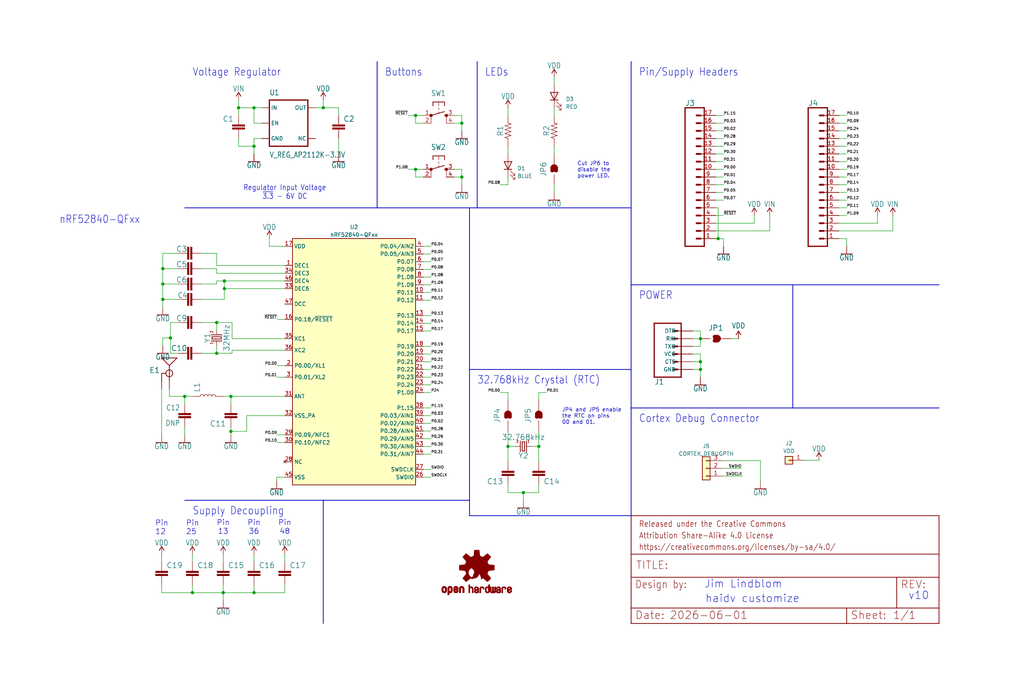
<source format=kicad_sch>
(kicad_sch (version 20230121) (generator eeschema)
  (paper "User" 337.922 227.305)
  (lib_symbols
    (symbol "Connector_Generic:Conn_01x01" (pin_names (offset 1.016) hide)
      (property "Reference" "J" (at 0 2.54 0))
      (property "Value" "Conn_01x01" (at 0 -2.54 0))
      (symbol "Conn_01x01_1_1"
        (pin passive line (at -5.08 0 0) (length 3.81) (name "Pin_1") (number "1"))
      )
    )
    (symbol "Connector_Generic:Conn_01x03" (pin_names (offset 1.016) hide)
      (property "Reference" "J" (at 0 5.08 0))
      (property "Value" "Conn_01x03" (at 0 -5.08 0))
      (symbol "Conn_01x03_1_1"
        (pin passive line (at -5.08 2.54 0) (length 3.81) (name "Pin_1") (number "1"))
        (pin passive line (at -5.08 0 0) (length 3.81) (name "Pin_2") (number "2"))
        (pin passive line (at -5.08 -2.54 0) (length 3.81) (name "Pin_3") (number "3"))
      )
    )
    (symbol "Device:LED" (pin_numbers hide) (pin_names (offset 1.016) hide)
      (property "Reference" "D" (at 0 2.54 0))
      (property "Value" "LED" (at 0 -2.54 0))
      (symbol "LED_1_1"
        (pin passive line (at -3.81 0 0) (length 2.54) (name "K") (number "1"))
        (pin passive line (at 3.81 0 180) (length 2.54) (name "A") (number "2"))
      )
    )
    (symbol "haidv_library:nRF52840-QFxx"
      (property "Reference" "U" (at 0 1.27 0))
      (property "Value" "nRF52840-QFxx" (at 0 -1.27 0))
      (symbol "nRF52840-QFxx_1_1"
        (pin passive line (at -22.86 31.75 0) (length 2.54) (name "DEC1") (number "1"))
        (pin bidirectional line (at 22.86 22.86 180) (length 2.54) (name "P0.11") (number "10"))
        (pin bidirectional line (at 22.86 20.32 180) (length 2.54) (name "P0.12") (number "11"))
        (pin power_in line (at -22.86 38.1 0) (length 2.54) hide (name "VDD") (number "12"))
        (pin bidirectional line (at 22.86 15.24 180) (length 2.54) (name "P0.13") (number "13"))
        (pin bidirectional line (at 22.86 12.7 180) (length 2.54) (name "P0.14") (number "14"))
        (pin bidirectional line (at 22.86 10.16 180) (length 2.54) (name "P0.17") (number "15"))
        (pin bidirectional line (at -22.86 13.97 0) (length 2.54) (name "P0.18/~{RESET}") (number "16"))
        (pin power_in line (at -22.86 38.1 0) (length 2.54) (name "VDD") (number "17"))
        (pin bidirectional line (at 22.86 5.08 180) (length 2.54) (name "P0.19") (number "18"))
        (pin bidirectional line (at 22.86 2.54 180) (length 2.54) (name "P0.20") (number "19"))
        (pin bidirectional line (at -22.86 -1.27 0) (length 2.54) (name "P0.00/XL1") (number "2"))
        (pin bidirectional line (at 22.86 0 180) (length 2.54) (name "P0.21") (number "20"))
        (pin bidirectional line (at 22.86 -2.54 180) (length 2.54) (name "P0.22") (number "21"))
        (pin bidirectional line (at 22.86 -5.08 180) (length 2.54) (name "P0.23") (number "22"))
        (pin bidirectional line (at 22.86 -7.62 180) (length 2.54) (name "P0.24") (number "23"))
        (pin bidirectional line (at 22.86 -10.16 180) (length 2.54) (name "P1.00") (number "24"))
        (pin power_in line (at -22.86 38.1 0) (length 2.54) hide (name "VDD") (number "25"))
        (pin bidirectional line (at 22.86 -38.1 180) (length 2.54) (name "SWDIO") (number "26"))
        (pin bidirectional line (at 22.86 -35.56 180) (length 2.54) (name "SWDCLK") (number "27"))
        (pin no_connect line (at -22.86 -33.02 0) (length 2.54) (name "NC") (number "28"))
        (pin bidirectional line (at -22.86 -24.13 0) (length 2.54) (name "P0.09/NFC1") (number "29"))
        (pin bidirectional line (at -22.86 -5.08 0) (length 2.54) (name "P0.01/XL2") (number "3"))
        (pin passive line (at -22.86 -26.67 0) (length 2.54) (name "P0.10/NFC2") (number "30"))
        (pin passive line (at -22.86 -11.43 0) (length 2.54) (name "ANT") (number "31"))
        (pin passive line (at -22.86 -17.78 0) (length 2.54) (name "VSS_PA") (number "32"))
        (pin passive line (at -22.86 24.13 0) (length 2.54) (name "DEC6") (number "33"))
        (pin passive line (at -22.86 29.21 0) (length 2.54) (name "DEC3") (number "34"))
        (pin input line (at -22.86 7.62 0) (length 2.54) (name "XC1") (number "35"))
        (pin output line (at -22.86 3.81 0) (length 2.54) (name "XC2") (number "36"))
        (pin power_in line (at -22.86 38.1 0) (length 2.54) hide (name "VDD") (number "37"))
        (pin bidirectional line (at 22.86 -15.24 180) (length 2.54) (name "P1.15") (number "38"))
        (pin bidirectional line (at 22.86 -17.78 180) (length 2.54) (name "P0.03/AIN1") (number "39"))
        (pin bidirectional line (at 22.86 38.1 180) (length 2.54) (name "P0.04/AIN2") (number "4"))
        (pin bidirectional line (at 22.86 -20.32 180) (length 2.54) (name "P0.02/AIN0") (number "40"))
        (pin bidirectional line (at 22.86 -22.86 180) (length 2.54) (name "P0.28/AIN4") (number "41"))
        (pin bidirectional line (at 22.86 -25.4 180) (length 2.54) (name "P0.29/AIN5") (number "42"))
        (pin bidirectional line (at 22.86 -27.94 180) (length 2.54) (name "P0.30/AIN6") (number "43"))
        (pin bidirectional line (at 22.86 -30.48 180) (length 2.54) (name "P0.31/AIN7") (number "44"))
        (pin passive line (at -22.86 -38.1 0) (length 2.54) (name "VSS") (number "45"))
        (pin passive line (at -22.86 26.67 0) (length 2.54) (name "DEC4") (number "46"))
        (pin power_out line (at -22.86 19.05 0) (length 2.54) (name "DCC") (number "47"))
        (pin passive line (at -22.86 38.1 0) (length 2.54) hide (name "VDD") (number "48"))
        (pin passive line (at -22.86 -38.1 0) (length 2.54) hide (name "VSS") (number "49"))
        (pin bidirectional line (at 22.86 35.56 180) (length 2.54) (name "P0.05/AIN3") (number "5"))
        (pin bidirectional line (at 22.86 33.02 180) (length 2.54) (name "P0.07") (number "6"))
        (pin bidirectional line (at 22.86 30.48 180) (length 2.54) (name "P0.08") (number "7"))
        (pin bidirectional line (at 22.86 27.94 180) (length 2.54) (name "P1.08") (number "8"))
        (pin bidirectional line (at 22.86 25.4 180) (length 2.54) (name "P1.09") (number "9"))
      )
    )
    (symbol "sparkfun-nrf52832-breakout-eagle-import:0.1UF-0402-16V-10%"
      (property "Reference" "C" (at 1.524 2.921 0))
      (symbol "0.1UF-0402-16V-10%_1_0"
        (pin passive line (at 0 5.08 270) (length 2.54) (name "1") (number "1"))
        (pin passive line (at 0 -2.54 90) (length 2.54) (name "2") (number "2"))
      )
    )
    (symbol "sparkfun-nrf52832-breakout-eagle-import:0.8PF-0402-50V-0.1PF"
      (property "Reference" "C" (at 1.524 2.921 0))
      (symbol "0.8PF-0402-50V-0.1PF_1_0"
        (pin passive line (at 0 5.08 270) (length 2.54) (name "1") (number "1"))
        (pin passive line (at 0 -2.54 90) (length 2.54) (name "2") (number "2"))
      )
    )
    (symbol "sparkfun-nrf52832-breakout-eagle-import:1.0UF-0402-16V-10%"
      (property "Reference" "C" (at 1.524 2.921 0))
      (symbol "1.0UF-0402-16V-10%_1_0"
        (pin passive line (at 0 5.08 270) (length 2.54) (name "1") (number "1"))
        (pin passive line (at 0 -2.54 90) (length 2.54) (name "2") (number "2"))
      )
    )
    (symbol "sparkfun-nrf52832-breakout-eagle-import:1.0UF-0603-16V-10%"
      (property "Reference" "C" (at 1.524 2.921 0))
      (symbol "1.0UF-0603-16V-10%_1_0"
        (pin passive line (at 0 5.08 270) (length 2.54) (name "1") (number "1"))
        (pin passive line (at 0 -2.54 90) (length 2.54) (name "2") (number "2"))
      )
    )
    (symbol "sparkfun-nrf52832-breakout-eagle-import:100PF-0402-50V-5%"
      (property "Reference" "C" (at 1.524 2.921 0))
      (symbol "100PF-0402-50V-5%_1_0"
        (pin passive line (at 0 5.08 270) (length 2.54) (name "1") (number "1"))
        (pin passive line (at 0 -2.54 90) (length 2.54) (name "2") (number "2"))
      )
    )
    (symbol "sparkfun-nrf52832-breakout-eagle-import:15PF-0402-50V-5%"
      (property "Reference" "C" (at 1.524 2.921 0))
      (symbol "15PF-0402-50V-5%_1_0"
        (pin passive line (at 0 5.08 270) (length 2.54) (name "1") (number "1"))
        (pin passive line (at 0 -2.54 90) (length 2.54) (name "2") (number "2"))
      )
    )
    (symbol "sparkfun-nrf52832-breakout-eagle-import:1KOHM-0603-1/10W-1%"
      (property "Reference" "R" (at 0 1.524 0))
      (symbol "1KOHM-0603-1/10W-1%_1_0"
        (pin passive line (at -5.08 0 0) (length 2.54) (name "1") (number "1"))
        (pin passive line (at 5.08 0 180) (length 2.54) (name "2") (number "2"))
      )
    )
    (symbol "sparkfun-nrf52832-breakout-eagle-import:2.2UF-0603-10V-20%"
      (property "Reference" "C" (at 1.524 2.921 0))
      (symbol "2.2UF-0603-10V-20%_1_0"
        (pin passive line (at 0 5.08 270) (length 2.54) (name "1") (number "1"))
        (pin passive line (at 0 -2.54 90) (length 2.54) (name "2") (number "2"))
      )
    )
    (symbol "sparkfun-nrf52832-breakout-eagle-import:4.7UF0603"
      (property "Reference" "C" (at 1.524 2.921 0))
      (symbol "4.7UF0603_1_0"
        (pin passive line (at 0 5.08 270) (length 2.54) (name "1") (number "1"))
        (pin passive line (at 0 -2.54 90) (length 2.54) (name "2") (number "2"))
      )
    )
    (symbol "sparkfun-nrf52832-breakout-eagle-import:6PF-0402-50V-0.5%"
      (property "Reference" "C" (at 1.524 2.921 0))
      (symbol "6PF-0402-50V-0.5%_1_0"
        (pin passive line (at 0 5.08 270) (length 2.54) (name "1") (number "1"))
        (pin passive line (at 0 -2.54 90) (length 2.54) (name "2") (number "2"))
      )
    )
    (symbol "sparkfun-nrf52832-breakout-eagle-import:ANTENNA-GROUNDEDTRACE-15.2MM"
      (property "Reference" "E" (at 3.048 -5.08 0))
      (symbol "ANTENNA-GROUNDEDTRACE-15.2MM_1_0"
        (pin bidirectional line (at 0 -10.16 90) (length 2.54) (name "SIGNAL") (number "ANT"))
        (pin bidirectional line (at 2.54 -10.16 90) (length 2.54) (name "GND") (number "GND"))
      )
    )
    (symbol "sparkfun-nrf52832-breakout-eagle-import:ARDUINO_SERIAL_PROGRAMPTH"
      (property "Reference" "J" (at -7.62 10.668 0))
      (symbol "ARDUINO_SERIAL_PROGRAMPTH_1_0"
        (pin passive line (at 5.08 -5.08 180) (length 5.08) (name "DTR") (number "1"))
        (pin passive line (at 5.08 -2.54 180) (length 5.08) (name "RXI") (number "2"))
        (pin passive line (at 5.08 0 180) (length 5.08) (name "TXO") (number "3"))
        (pin passive line (at 5.08 2.54 180) (length 5.08) (name "VCC") (number "4"))
        (pin passive line (at 5.08 5.08 180) (length 5.08) (name "CTS") (number "5"))
        (pin passive line (at 5.08 7.62 180) (length 5.08) (name "GND") (number "6"))
      )
    )
    (symbol "sparkfun-nrf52832-breakout-eagle-import:CAP0402"
      (property "Reference" "C" (at 1.524 2.921 0))
      (symbol "CAP0402_1_0"
        (pin passive line (at 0 5.08 270) (length 2.54) (name "1") (number "1"))
        (pin passive line (at 0 -2.54 90) (length 2.54) (name "2") (number "2"))
      )
    )
    (symbol "sparkfun-nrf52832-breakout-eagle-import:CONN_17"
      (property "Reference" "J" (at 0 23.368 0))
      (symbol "CONN_17_1_0"
        (pin passive line (at 10.16 -20.32 180) (length 5.08) (name "1") (number "1"))
        (pin passive line (at 10.16 2.54 180) (length 5.08) (name "10") (number "10"))
        (pin passive line (at 10.16 5.08 180) (length 5.08) (name "11") (number "11"))
        (pin passive line (at 10.16 7.62 180) (length 5.08) (name "12") (number "12"))
        (pin passive line (at 10.16 10.16 180) (length 5.08) (name "13") (number "13"))
        (pin passive line (at 10.16 12.7 180) (length 5.08) (name "14") (number "14"))
        (pin passive line (at 10.16 15.24 180) (length 5.08) (name "15") (number "15"))
        (pin passive line (at 10.16 17.78 180) (length 5.08) (name "16") (number "16"))
        (pin passive line (at 10.16 20.32 180) (length 5.08) (name "17") (number "17"))
        (pin passive line (at 10.16 -17.78 180) (length 5.08) (name "2") (number "2"))
        (pin passive line (at 10.16 -15.24 180) (length 5.08) (name "3") (number "3"))
        (pin passive line (at 10.16 -12.7 180) (length 5.08) (name "4") (number "4"))
        (pin passive line (at 10.16 -10.16 180) (length 5.08) (name "5") (number "5"))
        (pin passive line (at 10.16 -7.62 180) (length 5.08) (name "6") (number "6"))
        (pin passive line (at 10.16 -5.08 180) (length 5.08) (name "7") (number "7"))
        (pin passive line (at 10.16 -2.54 180) (length 5.08) (name "8") (number "8"))
        (pin passive line (at 10.16 0 180) (length 5.08) (name "9") (number "9"))
      )
    )
    (symbol "sparkfun-nrf52832-breakout-eagle-import:CRYSTAL-32.768KHZSMD-3.2X1.5"
      (property "Reference" "Y" (at 0 2.032 0))
      (symbol "CRYSTAL-32.768KHZSMD-3.2X1.5_1_0"
        (text "1" (at -2.159 -1.143 0) (effects (font (size 0.8636 0.734)) (justify left bottom)))
        (text "2" (at 1.524 -1.143 0) (effects (font (size 0.8636 0.734)) (justify left bottom)))
        (pin passive line (at -2.54 0 0) (length 0) (name "1") (number "P$1"))
        (pin passive line (at 2.54 0 180) (length 0) (name "2") (number "P$2"))
      )
    )
    (symbol "sparkfun-nrf52832-breakout-eagle-import:CRYSTAL-32MHZ-SMD-2.0X1.6MM"
      (property "Reference" "Y" (at 0 2.032 0))
      (symbol "CRYSTAL-32MHZ-SMD-2.0X1.6MM_1_0"
        (text "1" (at -2.159 -1.143 0) (effects (font (size 0.8636 0.734)) (justify left bottom)))
        (text "2" (at 1.524 -1.143 0) (effects (font (size 0.8636 0.734)) (justify left bottom)))
        (pin passive line (at -2.54 0 0) (length 0) (name "1") (number "1"))
        (pin passive line (at 2.54 0 180) (length 0) (name "2") (number "3"))
      )
    )
    (symbol "sparkfun-nrf52832-breakout-eagle-import:FRAME-LETTER"
      (symbol "FRAME-LETTER_2_0"
        (text "${#}/${##}" (at 86.36 1.27 0) (effects (font (size 2.54 2.54)) (justify left bottom)))
        (text "${CURRENT_DATE}" (at 12.7 1.27 0) (effects (font (size 2.54 2.54)) (justify left bottom)))
        (text "${PROJECTNAME}" (at 15.494 17.78 0) (effects (font (size 2.7432 2.7432)) (justify left bottom)))
        (text "Attribution Share-Alike 4.0 License" (at 2.54 27.94 0) (effects (font (size 1.9304 1.6408)) (justify left bottom)))
        (text "Date:" (at 1.27 1.27 0) (effects (font (size 2.54 2.54)) (justify left bottom)))
        (text "Design by:" (at 1.27 11.43 0) (effects (font (size 2.54 2.159)) (justify left bottom)))
        (text "https://creativecommons.org/licenses/by-sa/4.0/" (at 2.54 24.13 0) (effects (font (size 1.9304 1.6408)) (justify left bottom)))
        (text "Released under the Creative Commons" (at 2.54 31.75 0) (effects (font (size 1.9304 1.6408)) (justify left bottom)))
        (text "REV:" (at 88.9 11.43 0) (effects (font (size 2.54 2.54)) (justify left bottom)))
        (text "Sheet:" (at 72.39 1.27 0) (effects (font (size 2.54 2.54)) (justify left bottom)))
        (text "TITLE:" (at 1.524 17.78 0) (effects (font (size 2.54 2.54)) (justify left bottom)))
      )
    )
    (symbol "sparkfun-nrf52832-breakout-eagle-import:GND" (power)
      (property "Value" "GND" (at 0 -0.254 0))
      (symbol "GND_1_0"
        (pin power_in line (at 0 2.54 270) (length 2.54) (name "GND") (number "1"))
      )
    )
    (symbol "sparkfun-nrf52832-breakout-eagle-import:INDUCTOR-0402-3.9NH"
      (property "Reference" "L" (at 1.27 2.54 0))
      (symbol "INDUCTOR-0402-3.9NH_1_0"
        (pin passive line (at 0 5.08 270) (length 2.54) (name "1") (number "1"))
        (pin passive line (at 0 -5.08 90) (length 2.54) (name "2") (number "2"))
      )
    )
    (symbol "sparkfun-nrf52832-breakout-eagle-import:JUMPER-PAD-2-NC_BY_TRACE"
      (property "Reference" "JP" (at -2.54 2.54 0))
      (symbol "JUMPER-PAD-2-NC_BY_TRACE_1_0"
        (pin passive line (at -5.08 0 0) (length 2.54) (name "1") (number "1"))
        (pin passive line (at 5.08 0 180) (length 2.54) (name "2") (number "2"))
      )
    )
    (symbol "sparkfun-nrf52832-breakout-eagle-import:OSHW-LOGOMINI")
    (symbol "sparkfun-nrf52832-breakout-eagle-import:SWITCH_SPST_4_PINRECT"
      (property "Reference" "SW" (at -2.54 6.35 0))
      (symbol "SWITCH_SPST_4_PINRECT_1_0"
        (pin passive line (at -5.08 0 0) (length 2.54) (name "1") (number "1"))
        (pin passive line (at -5.08 -2.54 0) (length 2.54) (name "2") (number "2"))
        (pin passive line (at 5.08 0 180) (length 2.54) (name "3") (number "3"))
        (pin passive line (at 5.08 -2.54 180) (length 2.54) (name "4") (number "4"))
      )
    )
    (symbol "sparkfun-nrf52832-breakout-eagle-import:VDD" (power)
      (property "Value" "VDD" (at 0 2.794 0))
      (symbol "VDD_1_0"
        (pin power_in line (at 0 0 90) (length 2.54) (name "VDD") (number "1"))
      )
    )
    (symbol "sparkfun-nrf52832-breakout-eagle-import:VIN" (power)
      (property "Value" "VIN" (at 0 2.794 0))
      (symbol "VIN_1_0"
        (pin power_in line (at 0 0 90) (length 2.54) (name "VIN") (number "1"))
      )
    )
    (symbol "sparkfun-nrf52832-breakout-eagle-import:V_REG_AP2112K-3.3V"
      (property "Reference" "U" (at -7.62 9.144 0))
      (symbol "V_REG_AP2112K-3.3V_1_0"
        (pin input line (at -10.16 5.08 0) (length 2.54) (name "IN") (number "1"))
        (pin input line (at -10.16 -5.08 0) (length 2.54) (name "GND") (number "2"))
        (pin input line (at -10.16 0 0) (length 2.54) (name "EN") (number "3"))
        (pin input line (at 7.62 -5.08 180) (length 2.54) (name "NC") (number "4"))
        (pin passive line (at 7.62 5.08 180) (length 2.54) (name "OUT") (number "5"))
      )
    )
  )
  (junction (at 60.96 130.81))
  (junction (at 53.721 88.646))
  (junction (at 152.4 40.64))
  (junction (at 137.16 38.1))
  (junction (at 76.2 130.81))
  (junction (at 231.14 121.92))
  (junction (at 56.261 111.506))
  (junction (at 172.72 162.56))
  (junction (at 71.501 106.426))
  (junction (at 106.68 35.56))
  (junction (at 167.64 147.32))
  (junction (at 73.66 195.58))
  (junction (at 177.8 147.32))
  (junction (at 74.041 95.25))
  (junction (at 63.5 195.58))
  (junction (at 83.82 195.58))
  (junction (at 74.041 92.71))
  (junction (at 236.982 78.74))
  (junction (at 76.2 142.367))
  (junction (at 231.14 111.76))
  (junction (at 152.4 58.42))
  (junction (at 53.721 93.726))
  (junction (at 83.82 35.56))
  (junction (at 71.501 116.586))
  (junction (at 137.16 55.88))
  (junction (at 78.74 35.56))
  (junction (at 231.14 119.38))
  (junction (at 53.721 98.806))
  (junction (at 83.82 48.26))
  (wire (pts (xy 279.4 78.74) (xy 279.4 81.28)) (stroke (width 0.1524)))
  (wire (pts (xy 167.64 60.96) (xy 165.1 60.96)) (stroke (width 0.1524)))
  (wire (pts (xy 182.88 63.5) (xy 182.88 60.96)) (stroke (width 0.1524)))
  (wire (pts (xy 93.98 182.88) (xy 93.98 185.42)) (stroke (width 0.1524)))
  (wire (pts (xy 139.7 147.32) (xy 142.24 147.32)) (stroke (width 0.1524)))
  (wire (pts (xy 236.22 78.74) (xy 236.982 78.74)) (stroke (width 0.1524)))
  (wire (pts (xy 76.2 142.367) (xy 76.2 140.97)) (stroke (width 0.1524)))
  (wire (pts (xy 236.22 45.72) (xy 238.76 45.72)) (stroke (width 0.1524)))
  (wire (pts (xy 76.2 133.35) (xy 76.2 130.81)) (stroke (width 0.1524)))
  (wire (pts (xy 294.64 76.2) (xy 294.64 71.12)) (stroke (width 0.1524)))
  (wire (pts (xy 177.8 152.4) (xy 177.8 147.32)) (stroke (width 0.1524)))
  (wire (pts (xy 74.041 92.71) (xy 74.041 95.25)))
  (polyline (pts (xy 309.88 134.62) (xy 261.62 134.62)) (stroke (width 0.254) (type solid)))
  (wire (pts (xy 93.98 90.17) (xy 71.501 90.17)))
  (wire (pts (xy 106.68 35.56) (xy 106.68 33.02)) (stroke (width 0.1524)))
  (wire (pts (xy 86.36 45.72) (xy 83.82 45.72)) (stroke (width 0.1524)))
  (wire (pts (xy 83.82 40.64) (xy 83.82 35.56)) (stroke (width 0.1524)))
  (wire (pts (xy 279.4 71.12) (xy 276.86 71.12)) (stroke (width 0.1524)))
  (wire (pts (xy 137.16 38.1) (xy 139.7 38.1)) (stroke (width 0.1524)))
  (wire (pts (xy 139.7 58.42) (xy 137.16 58.42)) (stroke (width 0.1524)))
  (polyline (pts (xy 208.28 121.92) (xy 154.94 121.92)) (stroke (width 0.254) (type solid)))
  (wire (pts (xy 76.2 130.81) (xy 93.98 130.81)) (stroke (width 0.1524)))
  (wire (pts (xy 231.14 119.38) (xy 231.14 121.92)))
  (wire (pts (xy 172.72 162.56) (xy 167.64 162.56)) (stroke (width 0.1524)))
  (wire (pts (xy 250.952 152.019) (xy 250.952 158.75)) (stroke (width 0.1524)))
  (wire (pts (xy 139.7 99.06) (xy 142.24 99.06)) (stroke (width 0.1524)))
  (wire (pts (xy 139.7 154.94) (xy 142.24 154.94)) (stroke (width 0.1524)))
  (wire (pts (xy 56.261 111.506) (xy 56.261 116.586)) (stroke (width 0.1524)))
  (wire (pts (xy 177.8 147.32) (xy 177.8 142.24)) (stroke (width 0.1524)))
  (wire (pts (xy 71.501 116.586) (xy 76.581 116.586)) (stroke (width 0.1524)))
  (wire (pts (xy 279.4 55.88) (xy 276.86 55.88)) (stroke (width 0.1524)))
  (wire (pts (xy 93.98 143.51) (xy 91.44 143.51)) (stroke (width 0.1524)))
  (polyline (pts (xy 124.46 68.58) (xy 124.46 20.32)) (stroke (width 0.254) (type solid)))
  (wire (pts (xy 74.041 95.25) (xy 74.041 98.806)) (stroke (width 0.1524)))
  (wire (pts (xy 139.7 106.68) (xy 142.24 106.68)) (stroke (width 0.1524)))
  (wire (pts (xy 152.4 40.64) (xy 152.4 43.18)) (stroke (width 0.1524)))
  (wire (pts (xy 53.721 83.566) (xy 53.721 88.646)) (stroke (width 0.1524)))
  (wire (pts (xy 53.34 195.58) (xy 53.34 193.04)) (stroke (width 0.1524)))
  (wire (pts (xy 231.14 109.22) (xy 231.14 111.76)))
  (wire (pts (xy 58.801 106.426) (xy 56.261 106.426)) (stroke (width 0.1524)))
  (wire (pts (xy 167.64 129.54) (xy 165.1 129.54)) (stroke (width 0.1524)))
  (wire (pts (xy 76.581 115.57) (xy 93.98 115.57)))
  (wire (pts (xy 66.421 106.426) (xy 71.501 106.426)) (stroke (width 0.1524)))
  (wire (pts (xy 71.501 83.566) (xy 71.501 87.63)) (stroke (width 0.1524)))
  (wire (pts (xy 231.14 111.76) (xy 231.14 114.3)) (stroke (width 0.1524)))
  (wire (pts (xy 93.98 87.63) (xy 71.501 87.63)))
  (wire (pts (xy 93.98 137.16) (xy 81.407 137.16)))
  (wire (pts (xy 276.86 66.04) (xy 279.4 66.04)) (stroke (width 0.1524)))
  (wire (pts (xy 139.7 142.24) (xy 142.24 142.24)) (stroke (width 0.1524)))
  (wire (pts (xy 279.4 48.26) (xy 276.86 48.26)) (stroke (width 0.1524)))
  (wire (pts (xy 93.98 81.28) (xy 88.9 81.28)) (stroke (width 0.1524)))
  (wire (pts (xy 139.7 93.98) (xy 142.24 93.98)) (stroke (width 0.1524)))
  (wire (pts (xy 63.5 195.58) (xy 63.5 193.04)) (stroke (width 0.1524)))
  (wire (pts (xy 236.22 63.5) (xy 238.76 63.5)) (stroke (width 0.1524)))
  (wire (pts (xy 63.5 195.58) (xy 73.66 195.58)))
  (wire (pts (xy 93.98 105.41) (xy 91.44 105.41)) (stroke (width 0.1524)))
  (polyline (pts (xy 261.62 93.98) (xy 208.28 93.98)) (stroke (width 0.254) (type solid)))
  (wire (pts (xy 182.88 48.26) (xy 182.88 50.8)) (stroke (width 0.1524)))
  (polyline (pts (xy 309.88 93.98) (xy 261.62 93.98)) (stroke (width 0.254) (type solid)))
  (wire (pts (xy 71.501 90.17) (xy 71.501 88.646)))
  (wire (pts (xy 137.16 55.88) (xy 139.7 55.88)) (stroke (width 0.1524)))
  (polyline (pts (xy 208.28 68.58) (xy 208.28 20.32)) (stroke (width 0.254) (type solid)))
  (wire (pts (xy 139.7 121.92) (xy 142.24 121.92)) (stroke (width 0.1524)))
  (wire (pts (xy 86.36 35.56) (xy 83.82 35.56)) (stroke (width 0.1524)))
  (wire (pts (xy 139.7 83.82) (xy 142.24 83.82)) (stroke (width 0.1524)))
  (wire (pts (xy 228.6 114.3) (xy 231.14 114.3)) (stroke (width 0.1524)))
  (wire (pts (xy 152.4 55.88) (xy 152.4 58.42)) (stroke (width 0.1524)))
  (wire (pts (xy 279.4 43.18) (xy 276.86 43.18)) (stroke (width 0.1524)))
  (wire (pts (xy 83.82 182.88) (xy 83.82 185.42)) (stroke (width 0.1524)))
  (wire (pts (xy 139.7 114.3) (xy 142.24 114.3)) (stroke (width 0.1524)))
  (wire (pts (xy 76.2 143.51) (xy 76.2 142.367)) (stroke (width 0.1524)))
  (wire (pts (xy 73.66 182.88) (xy 73.66 185.42)) (stroke (width 0.1524)))
  (wire (pts (xy 167.64 48.26) (xy 167.64 50.8)) (stroke (width 0.1524)))
  (wire (pts (xy 139.7 86.36) (xy 142.24 86.36)) (stroke (width 0.1524)))
  (wire (pts (xy 236.22 68.58) (xy 236.982 68.58)))
  (wire (pts (xy 279.4 60.96) (xy 276.86 60.96)) (stroke (width 0.1524)))
  (wire (pts (xy 66.421 116.586) (xy 71.501 116.586)) (stroke (width 0.1524)))
  (wire (pts (xy 139.7 88.9) (xy 142.24 88.9)) (stroke (width 0.1524)))
  (wire (pts (xy 58.801 88.646) (xy 53.721 88.646)) (stroke (width 0.1524)))
  (polyline (pts (xy 154.94 121.92) (xy 154.94 165.1)) (stroke (width 0.254) (type solid)))
  (wire (pts (xy 236.22 76.2) (xy 254 76.2)) (stroke (width 0.1524)))
  (wire (pts (xy 236.22 40.64) (xy 238.76 40.64)) (stroke (width 0.1524)))
  (wire (pts (xy 254 76.2) (xy 254 71.12)) (stroke (width 0.1524)))
  (wire (pts (xy 289.56 73.66) (xy 276.86 73.66)) (stroke (width 0.1524)))
  (wire (pts (xy 53.34 182.88) (xy 53.34 185.42)) (stroke (width 0.1524)))
  (wire (pts (xy 238.125 154.559) (xy 244.729 154.559)) (stroke (width 0.1524)))
  (wire (pts (xy 91.313 157.48) (xy 91.313 158.75)) (stroke (width 0.1524)))
  (wire (pts (xy 53.721 88.646) (xy 53.721 93.726)) (stroke (width 0.1524)))
  (polyline (pts (xy 154.94 165.1) (xy 106.68 165.1)) (stroke (width 0.254) (type solid)))
  (wire (pts (xy 83.82 45.72) (xy 83.82 48.26)) (stroke (width 0.1524)))
  (polyline (pts (xy 261.62 134.62) (xy 261.62 93.98)) (stroke (width 0.254) (type solid)))
  (wire (pts (xy 78.74 48.26) (xy 83.82 48.26)) (stroke (width 0.1524)))
  (wire (pts (xy 139.7 119.38) (xy 142.24 119.38)) (stroke (width 0.1524)))
  (wire (pts (xy 139.7 157.48) (xy 142.24 157.48)) (stroke (width 0.1524)))
  (wire (pts (xy 76.581 115.57) (xy 76.581 116.586)))
  (wire (pts (xy 81.407 142.367) (xy 76.2 142.367)))
  (wire (pts (xy 177.8 162.56) (xy 172.72 162.56)) (stroke (width 0.1524)))
  (wire (pts (xy 74.041 98.806) (xy 66.421 98.806)) (stroke (width 0.1524)))
  (wire (pts (xy 83.82 195.58) (xy 93.98 195.58)) (stroke (width 0.1524)))
  (wire (pts (xy 167.64 152.4) (xy 167.64 147.32)) (stroke (width 0.1524)))
  (wire (pts (xy 279.4 53.34) (xy 276.86 53.34)) (stroke (width 0.1524)))
  (wire (pts (xy 177.8 147.32) (xy 175.26 147.32)) (stroke (width 0.1524)))
  (wire (pts (xy 71.501 116.586) (xy 71.501 114.046)) (stroke (width 0.1524)))
  (wire (pts (xy 139.7 91.44) (xy 142.24 91.44)) (stroke (width 0.1524)))
  (wire (pts (xy 152.4 38.1) (xy 152.4 40.64)) (stroke (width 0.1524)))
  (wire (pts (xy 83.82 48.26) (xy 83.82 50.8)) (stroke (width 0.1524)))
  (wire (pts (xy 177.8 132.08) (xy 177.8 129.54)) (stroke (width 0.1524)))
  (wire (pts (xy 139.7 134.62) (xy 142.24 134.62)) (stroke (width 0.1524)))
  (wire (pts (xy 71.501 92.71) (xy 74.041 92.71)))
  (wire (pts (xy 139.7 96.52) (xy 142.24 96.52)) (stroke (width 0.1524)))
  (wire (pts (xy 139.7 40.64) (xy 137.16 40.64)) (stroke (width 0.1524)))
  (wire (pts (xy 73.66 130.81) (xy 76.2 130.81)) (stroke (width 0.1524)))
  (wire (pts (xy 111.76 50.8) (xy 111.76 45.72)) (stroke (width 0.1524)))
  (polyline (pts (xy 154.94 170.18) (xy 154.94 165.1)) (stroke (width 0.254) (type solid)))
  (wire (pts (xy 139.7 116.84) (xy 142.24 116.84)) (stroke (width 0.1524)))
  (wire (pts (xy 56.261 111.506) (xy 53.721 111.506)) (stroke (width 0.1524)))
  (wire (pts (xy 276.86 78.74) (xy 279.4 78.74)) (stroke (width 0.1524)))
  (wire (pts (xy 236.982 78.74) (xy 238.76 78.74)) (stroke (width 0.1524)))
  (wire (pts (xy 137.16 55.88) (xy 134.62 55.88)) (stroke (width 0.1524)))
  (wire (pts (xy 71.501 106.426) (xy 71.501 108.966)) (stroke (width 0.1524)))
  (wire (pts (xy 238.125 152.019) (xy 250.952 152.019)) (stroke (width 0.1524)))
  (wire (pts (xy 248.92 73.66) (xy 248.92 71.12)) (stroke (width 0.1524)))
  (polyline (pts (xy 208.28 121.92) (xy 208.28 93.98)) (stroke (width 0.254) (type solid)))
  (wire (pts (xy 167.64 35.56) (xy 167.64 38.1)) (stroke (width 0.1524)))
  (wire (pts (xy 93.98 111.76) (xy 76.581 111.76)))
  (wire (pts (xy 236.22 71.12) (xy 238.76 71.12)) (stroke (width 0.1524)))
  (polyline (pts (xy 157.48 20.32) (xy 157.48 68.58)) (stroke (width 0.254) (type solid)))
  (wire (pts (xy 53.34 195.58) (xy 63.5 195.58)) (stroke (width 0.1524)))
  (wire (pts (xy 60.96 130.81) (xy 55.88 130.81)) (stroke (width 0.1524)))
  (polyline (pts (xy 208.28 170.18) (xy 208.28 134.62)) (stroke (width 0.254) (type solid)))
  (wire (pts (xy 236.982 68.58) (xy 236.982 78.74)))
  (wire (pts (xy 236.22 66.04) (xy 238.76 66.04)) (stroke (width 0.1524)))
  (wire (pts (xy 55.88 130.81) (xy 55.88 128.27)) (stroke (width 0.1524)))
  (wire (pts (xy 58.801 93.726) (xy 53.721 93.726)) (stroke (width 0.1524)))
  (wire (pts (xy 60.96 133.35) (xy 60.96 130.81)) (stroke (width 0.1524)))
  (polyline (pts (xy 124.46 68.58) (xy 60.96 68.58)) (stroke (width 0.254) (type solid)))
  (wire (pts (xy 279.4 40.64) (xy 276.86 40.64)) (stroke (width 0.1524)))
  (wire (pts (xy 182.88 27.94) (xy 182.88 25.4)) (stroke (width 0.1524)))
  (wire (pts (xy 172.72 165.1) (xy 172.72 162.56)) (stroke (width 0.1524)))
  (wire (pts (xy 276.86 76.2) (xy 294.64 76.2)) (stroke (width 0.1524)))
  (wire (pts (xy 74.041 92.71) (xy 93.98 92.71)))
  (wire (pts (xy 93.98 146.05) (xy 91.44 146.05)) (stroke (width 0.1524)))
  (wire (pts (xy 228.6 121.92) (xy 231.14 121.92)) (stroke (width 0.1524)))
  (wire (pts (xy 289.56 73.66) (xy 289.56 71.12)) (stroke (width 0.1524)))
  (wire (pts (xy 137.16 38.1) (xy 134.62 38.1)) (stroke (width 0.1524)))
  (wire (pts (xy 139.7 81.28) (xy 142.24 81.28)) (stroke (width 0.1524)))
  (wire (pts (xy 137.16 40.64) (xy 137.16 38.1)) (stroke (width 0.1524)))
  (wire (pts (xy 231.14 121.92) (xy 231.14 124.46)) (stroke (width 0.1524)))
  (wire (pts (xy 228.6 119.38) (xy 231.14 119.38)))
  (wire (pts (xy 106.68 35.56) (xy 111.76 35.56)) (stroke (width 0.1524)))
  (wire (pts (xy 93.98 157.48) (xy 91.313 157.48)) (stroke (width 0.1524)))
  (wire (pts (xy 276.86 63.5) (xy 279.4 63.5)) (stroke (width 0.1524)))
  (wire (pts (xy 63.5 130.81) (xy 60.96 130.81)) (stroke (width 0.1524)))
  (wire (pts (xy 78.74 35.56) (xy 78.74 38.1)) (stroke (width 0.1524)))
  (wire (pts (xy 228.6 116.84) (xy 231.14 116.84)))
  (wire (pts (xy 236.22 55.88) (xy 238.76 55.88)) (stroke (width 0.1524)))
  (wire (pts (xy 149.86 58.42) (xy 152.4 58.42)) (stroke (width 0.1524)))
  (wire (pts (xy 83.82 35.56) (xy 78.74 35.56)) (stroke (width 0.1524)))
  (wire (pts (xy 167.64 147.32) (xy 170.18 147.32)) (stroke (width 0.1524)))
  (wire (pts (xy 279.4 58.42) (xy 276.86 58.42)) (stroke (width 0.1524)))
  (polyline (pts (xy 208.28 68.58) (xy 157.48 68.58)) (stroke (width 0.254) (type solid)))
  (wire (pts (xy 86.36 40.64) (xy 83.82 40.64)) (stroke (width 0.1524)))
  (wire (pts (xy 139.7 139.7) (xy 142.24 139.7)) (stroke (width 0.1524)))
  (wire (pts (xy 53.721 93.726) (xy 53.721 98.806)) (stroke (width 0.1524)))
  (wire (pts (xy 236.22 73.66) (xy 248.92 73.66)) (stroke (width 0.1524)))
  (wire (pts (xy 53.721 98.806) (xy 53.721 101.346)) (stroke (width 0.1524)))
  (wire (pts (xy 167.64 142.24) (xy 167.64 147.32)) (stroke (width 0.1524)))
  (polyline (pts (xy 208.28 170.18) (xy 154.94 170.18)) (stroke (width 0.254) (type solid)))
  (wire (pts (xy 279.4 38.1) (xy 276.86 38.1)) (stroke (width 0.1524)))
  (wire (pts (xy 177.8 160.02) (xy 177.8 162.56)) (stroke (width 0.1524)))
  (wire (pts (xy 167.64 162.56) (xy 167.64 160.02)) (stroke (width 0.1524)))
  (wire (pts (xy 76.581 106.426) (xy 76.581 111.76)) (stroke (width 0.1524)))
  (wire (pts (xy 139.7 144.78) (xy 142.24 144.78)) (stroke (width 0.1524)))
  (wire (pts (xy 149.86 55.88) (xy 152.4 55.88)) (stroke (width 0.1524)))
  (wire (pts (xy 228.6 109.22) (xy 231.14 109.22)))
  (wire (pts (xy 58.801 83.566) (xy 53.721 83.566)) (stroke (width 0.1524)))
  (wire (pts (xy 228.6 111.76) (xy 231.14 111.76)) (stroke (width 0.1524)))
  (polyline (pts (xy 157.48 68.58) (xy 154.94 68.58)) (stroke (width 0.254) (type solid)))
  (wire (pts (xy 238.76 78.74) (xy 238.76 81.28)) (stroke (width 0.1524)))
  (wire (pts (xy 111.76 35.56) (xy 111.76 38.1)) (stroke (width 0.1524)))
  (wire (pts (xy 139.7 129.54) (xy 142.24 129.54)) (stroke (width 0.1524)))
  (wire (pts (xy 93.98 195.58) (xy 93.98 193.04)) (stroke (width 0.1524)))
  (wire (pts (xy 152.4 58.42) (xy 152.4 60.96)) (stroke (width 0.1524)))
  (wire (pts (xy 139.7 109.22) (xy 142.24 109.22)) (stroke (width 0.1524)))
  (wire (pts (xy 236.22 53.34) (xy 238.76 53.34)) (stroke (width 0.1524)))
  (polyline (pts (xy 154.94 68.58) (xy 124.46 68.58)) (stroke (width 0.254) (type solid)))
  (wire (pts (xy 58.801 116.586) (xy 56.261 116.586)) (stroke (width 0.1524)))
  (wire (pts (xy 74.041 95.25) (xy 93.98 95.25)))
  (wire (pts (xy 78.74 45.72) (xy 78.74 48.26)) (stroke (width 0.1524)))
  (wire (pts (xy 139.7 124.46) (xy 142.24 124.46)) (stroke (width 0.1524)))
  (polyline (pts (xy 154.94 68.58) (xy 154.94 121.92)) (stroke (width 0.254) (type solid)))
  (wire (pts (xy 73.66 198.12) (xy 73.66 195.58)) (stroke (width 0.1524)))
  (wire (pts (xy 53.721 111.506) (xy 53.721 114.046)) (stroke (width 0.1524)))
  (wire (pts (xy 60.96 143.51) (xy 60.96 140.97)) (stroke (width 0.1524)))
  (wire (pts (xy 177.8 129.54) (xy 180.34 129.54)) (stroke (width 0.1524)))
  (wire (pts (xy 53.721 98.806) (xy 58.801 98.806)) (stroke (width 0.1524)))
  (wire (pts (xy 139.7 149.86) (xy 142.24 149.86)) (stroke (width 0.1524)))
  (wire (pts (xy 93.98 124.46) (xy 91.44 124.46)) (stroke (width 0.1524)))
  (wire (pts (xy 236.22 38.1) (xy 238.76 38.1)) (stroke (width 0.1524)))
  (wire (pts (xy 167.64 132.08) (xy 167.64 129.54)) (stroke (width 0.1524)))
  (wire (pts (xy 88.9 81.28) (xy 88.9 78.74)) (stroke (width 0.1524)))
  (wire (pts (xy 243.713 111.76) (xy 241.3 111.76)))
  (wire (pts (xy 238.125 157.099) (xy 244.983 157.099)) (stroke (width 0.1524)))
  (wire (pts (xy 78.74 35.56) (xy 78.74 33.02)) (stroke (width 0.1524)))
  (wire (pts (xy 236.22 48.26) (xy 238.76 48.26)) (stroke (width 0.1524)))
  (wire (pts (xy 71.501 93.726) (xy 71.501 92.71)) (stroke (width 0.1524)))
  (wire (pts (xy 104.14 35.56) (xy 106.68 35.56)) (stroke (width 0.1524)))
  (wire (pts (xy 66.421 93.726) (xy 71.501 93.726)) (stroke (width 0.1524)))
  (wire (pts (xy 83.82 193.04) (xy 83.82 195.58)) (stroke (width 0.1524)))
  (wire (pts (xy 279.4 50.8) (xy 276.86 50.8)) (stroke (width 0.1524)))
  (polyline (pts (xy 208.28 134.62) (xy 208.28 121.92)) (stroke (width 0.254) (type solid)))
  (wire (pts (xy 139.7 104.14) (xy 142.24 104.14)) (stroke (width 0.1524)))
  (wire (pts (xy 71.501 88.646) (xy 66.421 88.646)) (stroke (width 0.1524)))
  (wire (pts (xy 53.34 143.51) (xy 53.34 128.27)) (stroke (width 0.1524)))
  (wire (pts (xy 81.407 137.16) (xy 81.407 142.367)))
  (wire (pts (xy 149.86 38.1) (xy 152.4 38.1)) (stroke (width 0.1524)))
  (polyline (pts (xy 106.68 165.1) (xy 60.96 165.1)) (stroke (width 0.254) (type solid)))
  (wire (pts (xy 149.86 40.64) (xy 152.4 40.64)) (stroke (width 0.1524)))
  (wire (pts (xy 56.261 106.426) (xy 56.261 111.506)) (stroke (width 0.1524)))
  (wire (pts (xy 231.14 116.84) (xy 231.14 119.38)))
  (wire (pts (xy 236.22 50.8) (xy 238.76 50.8)) (stroke (width 0.1524)))
  (wire (pts (xy 236.22 60.96) (xy 238.76 60.96)) (stroke (width 0.1524)))
  (wire (pts (xy 182.88 38.1) (xy 182.88 35.56)) (stroke (width 0.1524)))
  (wire (pts (xy 279.4 45.72) (xy 276.86 45.72)) (stroke (width 0.1524)))
  (wire (pts (xy 73.66 195.58) (xy 83.82 195.58)) (stroke (width 0.1524)))
  (wire (pts (xy 73.66 195.58) (xy 73.66 193.04)) (stroke (width 0.1524)))
  (wire (pts (xy 270.256 151.892) (xy 265.43 151.892)))
  (wire (pts (xy 93.98 120.65) (xy 91.44 120.65)) (stroke (width 0.1524)))
  (wire (pts (xy 139.7 127) (xy 142.24 127)) (stroke (width 0.1524)))
  (wire (pts (xy 279.4 68.58) (xy 276.86 68.58)) (stroke (width 0.1524)))
  (wire (pts (xy 236.22 43.18) (xy 238.76 43.18)) (stroke (width 0.1524)))
  (wire (pts (xy 236.22 58.42) (xy 238.76 58.42)) (stroke (width 0.1524)))
  (wire (pts (xy 71.501 106.426) (xy 76.581 106.426)) (stroke (width 0.1524)))
  (polyline (pts (xy 261.62 134.62) (xy 208.28 134.62)) (stroke (width 0.254) (type solid)))
  (wire (pts (xy 139.7 137.16) (xy 142.24 137.16)) (stroke (width 0.1524)))
  (polyline (pts (xy 208.28 93.98) (xy 208.28 68.58)) (stroke (width 0.254) (type solid)))
  (polyline (pts (xy 106.68 165.1) (xy 106.68 205.74)) (stroke (width 0.254) (type solid)))
  (wire (pts (xy 167.64 58.42) (xy 167.64 60.96)) (stroke (width 0.1524)))
  (wire (pts (xy 66.421 83.566) (xy 71.501 83.566)) (stroke (width 0.1524)))
  (wire (pts (xy 137.16 58.42) (xy 137.16 55.88)) (stroke (width 0.1524)))
  (wire (pts (xy 63.5 182.88) (xy 63.5 185.42)) (stroke (width 0.1524)))
  (text "Pin\n36" (at 83.82 176.53 0) (effects (font (size 1.778 1.778)) (justify bottom)))
  (text "Pin\n25" (at 61.341 176.657 0) (effects (font (size 1.778 1.778)) (justify left bottom)))
  (text "haidv customize" (at 232.664 199.136 0) (effects (font (size 2.54 2.54)) (justify left bottom)))
  (text "v10" (at 299.72 198.12 0) (effects (font (size 2.54 2.54)) (justify left bottom)))
  (text "32.768kHz Crystal (RTC)" (at 157.48 127 0) (effects (font (size 2.54 2.159)) (justify left bottom)))
  (text "Cortex Debug Connector" (at 210.82 139.7 0) (effects (font (size 2.54 2.159)) (justify left bottom)))
  (text "Pin\n13" (at 73.66 176.53 0) (effects (font (size 1.778 1.778)) (justify bottom)))
  (text "LEDs" (at 160.02 25.4 0) (effects (font (size 2.54 2.159)) (justify left bottom)))
  (text "Jim Lindblom" (at 232.41 194.31 0) (effects (font (size 2.54 2.54)) (justify left bottom)))
  (text "Pin\n48" (at 93.98 176.53 0) (effects (font (size 1.778 1.778)) (justify bottom)))
  (text "POWER" (at 210.82 99.06 0) (effects (font (size 2.54 2.159)) (justify left bottom)))
  (text "Supply Decoupling" (at 63.5 170.18 0) (effects (font (size 2.54 2.159)) (justify left bottom)))
  (text "Buttons" (at 127 25.4 0) (effects (font (size 2.54 2.159)) (justify left bottom)))
  (text "Pin\n12" (at 51.181 176.657 0) (effects (font (size 1.778 1.778)) (justify left bottom)))
  (text "Pin/Supply Headers" (at 210.82 25.4 0) (effects (font (size 2.54 2.159)) (justify left bottom)))
  (text "JP4 and JP5 enable\nthe RTC on pins\n00 and 01." (at 185.42 134.62 0) (effects (font (size 1.27 1.27)) (justify left top)))
  (text "Cut JP6 to\ndisable the\npower LED." (at 190.5 53.34 0) (effects (font (size 1.27 1.27)) (justify left top)))
  (text "nRF52840-QFxx" (at 19.558 74.041 0) (effects (font (size 2.54 2.159)) (justify left bottom)))
  (text "Voltage Regulator" (at 63.5 25.4 0) (effects (font (size 2.54 2.159)) (justify left bottom)))
  (text "Regulator Input Voltage\n~{3.3} - 6V DC~{}" (at 93.98 63.5 0) (effects (font (size 1.778 1.5113))))
  (label "P0.29" (at 142.24 144.78 0) (effects (font (size 0.889 0.889))))
  (label "P0.09" (at 91.44 143.51 180) (effects (font (size 0.889 0.889))))
  (label "P0.17" (at 279.4 58.42 0) (effects (font (size 0.889 0.889))))
  (label "P0.01" (at 180.34 129.54 0) (effects (font (size 0.889 0.889))))
  (label "P0.28" (at 142.24 142.24 0) (effects (font (size 0.889 0.889))))
  (label "P0.01" (at 238.76 58.42 0) (effects (font (size 0.889 0.889))))
  (label "SWDIO" (at 244.729 154.559 180) (effects (font (size 0.889 0.889))))
  (label "P0.00" (at 238.76 55.88 0) (effects (font (size 0.889 0.889))))
  (label "P0.30" (at 238.76 50.8 0) (effects (font (size 0.889 0.889))))
  (label "P0.01" (at 91.44 124.46 180) (effects (font (size 0.889 0.889))))
  (label "~{RESET}" (at 238.76 71.12 0) (effects (font (size 0.889 0.889))))
  (label "P0.21" (at 279.4 50.8 0) (effects (font (size 0.889 0.889))))
  (label "P0.00" (at 165.1 129.54 180) (effects (font (size 0.889 0.889))))
  (label "P1.15" (at 142.24 134.62 0) (effects (font (size 0.889 0.889))))
  (label "P0.10" (at 279.4 38.1 0) (effects (font (size 0.889 0.889))))
  (label "P0.14" (at 142.24 106.68 0) (effects (font (size 0.889 0.889))))
  (label "P0.31" (at 142.24 149.86 0) (effects (font (size 0.889 0.889))))
  (label "P0.02" (at 238.76 43.18 0) (effects (font (size 0.889 0.889))))
  (label "P0.11" (at 142.24 96.52 0) (effects (font (size 0.889 0.889))))
  (label "P0.14" (at 279.4 60.96 0) (effects (font (size 0.889 0.889))))
  (label "P0.21" (at 142.24 119.38 0) (effects (font (size 0.889 0.889))))
  (label "P0.22" (at 279.4 48.26 0) (effects (font (size 0.889 0.889))))
  (label "P0.08" (at 142.24 88.9 0) (effects (font (size 0.889 0.889))))
  (label "P0.28" (at 238.76 45.72 0) (effects (font (size 0.889 0.889))))
  (label "P0.19" (at 279.4 55.88 0) (effects (font (size 0.889 0.889))))
  (label "P0.31" (at 238.76 53.34 0) (effects (font (size 0.889 0.889))))
  (label "P0.13" (at 279.4 63.5 0) (effects (font (size 0.889 0.889))))
  (label "P1.08" (at 134.62 55.88 180) (effects (font (size 0.889 0.889))))
  (label "P0.04" (at 142.24 81.28 0) (effects (font (size 0.889 0.889))))
  (label "P1.15" (at 238.76 38.1 0) (effects (font (size 0.889 0.889))))
  (label "SWDCLK" (at 244.983 157.099 180) (effects (font (size 0.889 0.889))))
  (label "P0.19" (at 142.24 114.3 0) (effects (font (size 0.889 0.889))))
  (label "P0.05" (at 142.24 83.82 0) (effects (font (size 0.889 0.889))))
  (label "P0.17" (at 142.24 109.22 0) (effects (font (size 0.889 0.889))))
  (label "P0.09" (at 279.4 40.64 0) (effects (font (size 0.889 0.889))))
  (label "P0.02" (at 142.24 139.7 0) (effects (font (size 0.889 0.889))))
  (label "P1.09" (at 142.24 93.98 0) (effects (font (size 0.889 0.889))))
  (label "P0.07" (at 142.24 86.36 0) (effects (font (size 0.889 0.889))))
  (label "P0.20" (at 142.24 116.84 0) (effects (font (size 0.889 0.889))))
  (label "P0.10" (at 91.44 146.05 180) (effects (font (size 0.889 0.889))))
  (label "P0.24" (at 142.24 127 0) (effects (font (size 0.889 0.889))))
  (label "P24" (at 142.24 129.54 0) (effects (font (size 0.889 0.889))))
  (label "P0.04" (at 238.76 60.96 0) (effects (font (size 0.889 0.889))))
  (label "P0.05" (at 238.76 63.5 0) (effects (font (size 0.889 0.889))))
  (label "P0.12" (at 279.4 66.04 0) (effects (font (size 0.889 0.889))))
  (label "P0.30" (at 142.24 147.32 0) (effects (font (size 0.889 0.889))))
  (label "P0.07" (at 238.76 66.04 0) (effects (font (size 0.889 0.889))))
  (label "SWDCLK" (at 142.24 157.48 0) (effects (font (size 0.889 0.889))))
  (label "P0.24" (at 279.4 43.18 0) (effects (font (size 0.889 0.889))))
  (label "~{RESET}" (at 91.44 105.41 180) (effects (font (size 0.889 0.889))))
  (label "P0.22" (at 142.24 121.92 0) (effects (font (size 0.889 0.889))))
  (label "P1.08" (at 142.24 91.44 0) (effects (font (size 0.889 0.889))))
  (label "P0.08" (at 165.1 60.96 180) (effects (font (size 0.889 0.889))))
  (label "P0.29" (at 238.76 48.26 0) (effects (font (size 0.889 0.889))))
  (label "P0.11" (at 279.4 68.58 0) (effects (font (size 0.889 0.889))))
  (label "~{RESET}" (at 134.62 38.1 180) (effects (font (size 0.889 0.889))))
  (label "P1.09" (at 279.4 71.12 0) (effects (font (size 0.889 0.889))))
  (label "P0.23" (at 142.24 124.46 0) (effects (font (size 0.889 0.889))))
  (label "P0.13" (at 142.24 104.14 0) (effects (font (size 0.889 0.889))))
  (label "P0.00" (at 91.44 120.65 180) (effects (font (size 0.889 0.889))))
  (label "P0.23" (at 279.4 45.72 0) (effects (font (size 0.889 0.889))))
  (label "P0.03" (at 238.76 40.64 0) (effects (font (size 0.889 0.889))))
  (label "P0.03" (at 142.24 137.16 0) (effects (font (size 0.889 0.889))))
  (label "P0.12" (at 142.24 99.06 0) (effects (font (size 0.889 0.889))))
  (label "SWDIO" (at 142.24 154.94 0) (effects (font (size 0.889 0.889))))
  (label "P0.20" (at 279.4 53.34 0) (effects (font (size 0.889 0.889))))
  (symbol (lib_id "sparkfun-nrf52832-breakout-eagle-import:JUMPER-PAD-2-NC_BY_TRACE") (at 182.88 55.88 90) (unit 1)
    (property "Reference" "JP6" (at 180.34 58.42 0) (effects (font (size 1.778 1.778)) (justify left bottom)))
    (property "Value" "JUMPER-PAD-2-NC_BY_TRACE" (effects hide))
    (property "Footprint" "sparkfun-nrf52832-breakout:PAD-JUMPER-2-NC_BY_TRACE_YES_SILK" (effects hide))
  )
  (symbol (lib_id "sparkfun-nrf52832-breakout-eagle-import:0.1UF-0402-16V-10%") (at 73.66 190.5 0) (unit 1)
    (property "Reference" "C15" (at 75.184 187.579 0) (effects (font (size 1.778 1.778)) (justify left bottom)))
    (property "Value" "0.1UF-0402-16V-10%" (effects hide))
    (property "Footprint" "Capacitor_SMD:C_0402_1005Metric" (effects hide))
  )
  (symbol (lib_id "sparkfun-nrf52832-breakout-eagle-import:VDD") (at 248.92 71.12 0) (unit 1)
    (property "Reference" "#SUPPLY06" (effects hide))
    (property "Value" "VDD" (at 248.92 68.326 0) (effects (font (size 1.778 1.5113)) (justify bottom)))
  )
  (symbol (lib_id "Connector_Generic:Conn_01x03") (at 233.045 154.559 180) (unit 1)
    (property "Reference" "J5" (at 233.045 147.193 0))
    (property "Value" "CORTEX_DEBUGPTH" (at 233.045 149.733 0))
    (property "Footprint" "Connector_PinHeader_2.54mm:PinHeader_1x03_P2.54mm_Vertical" (effects hide))
  )
  (symbol (lib_id "sparkfun-nrf52832-breakout-eagle-import:1.0UF-0603-16V-10%") (at 78.74 43.18 0) (mirror y) (unit 1)
    (property "Reference" "C1" (at 77.216 40.259 0) (effects (font (size 1.778 1.778)) (justify left bottom)))
    (property "Value" "1.0UF-0603-16V-10%" (effects hide))
    (property "Footprint" "Capacitor_SMD:C_0603_1608Metric" (effects hide))
  )
  (symbol (lib_id "sparkfun-nrf52832-breakout-eagle-import:GND") (at 76.2 146.05 0) (unit 1)
    (property "Reference" "#GND016" (effects hide))
    (property "Value" "GND" (at 76.2 146.304 0) (effects (font (size 1.778 1.5113)) (justify top)))
  )
  (symbol (lib_id "sparkfun-nrf52832-breakout-eagle-import:VDD") (at 270.256 151.892 0) (unit 1)
    (property "Reference" "#SUPPLY016" (effects hide))
    (property "Value" "VDD" (at 270.256 149.098 0) (effects (font (size 1.778 1.5113)) (justify bottom)))
  )
  (symbol (lib_id "sparkfun-nrf52832-breakout-eagle-import:GND") (at 152.4 63.5 0) (unit 1)
    (property "Reference" "#GND05" (effects hide))
    (property "Value" "GND" (at 152.4 63.754 0) (effects (font (size 1.778 1.5113)) (justify top)))
  )
  (symbol (lib_id "sparkfun-nrf52832-breakout-eagle-import:GND") (at 172.72 167.64 0) (unit 1)
    (property "Reference" "#GND018" (effects hide))
    (property "Value" "GND" (at 172.72 167.894 0) (effects (font (size 1.778 1.5113)) (justify top)))
  )
  (symbol (lib_id "sparkfun-nrf52832-breakout-eagle-import:2.2UF-0603-10V-20%") (at 111.76 43.18 0) (unit 1)
    (property "Reference" "C2" (at 113.284 40.259 0) (effects (font (size 1.778 1.778)) (justify left bottom)))
    (property "Value" "2.2UF-0603-10V-20%" (effects hide))
    (property "Footprint" "Capacitor_SMD:C_0603_1608Metric" (effects hide))
  )
  (symbol (lib_id "sparkfun-nrf52832-breakout-eagle-import:0.1UF-0402-16V-10%") (at 53.34 190.5 0) (unit 1)
    (property "Reference" "C19" (at 54.864 187.579 0) (effects (font (size 1.778 1.778)) (justify left bottom)))
    (property "Value" "0.1UF-0402-16V-10%" (effects hide))
    (property "Footprint" "Capacitor_SMD:C_0402_1005Metric" (effects hide))
  )
  (symbol (lib_id "sparkfun-nrf52832-breakout-eagle-import:SWITCH_SPST_4_PINRECT") (at 144.78 38.1 0) (unit 1)
    (property "Reference" "SW1" (at 142.24 31.75 0) (effects (font (size 1.778 1.5113)) (justify left bottom)))
    (property "Value" "TACTILE_SWITCH_SMD_4_6X2_8MM" (effects hide))
    (property "Footprint" "sparkfun-nrf52832-breakout:TACTILE_SWITCH_SMD_4.6X2.8MM" (effects hide))
  )
  (symbol (lib_id "sparkfun-nrf52832-breakout-eagle-import:1.0UF-0402-16V-10%") (at 63.881 93.726 90) (mirror x) (unit 1)
    (property "Reference" "C6" (at 61.849 93.345 90) (effects (font (size 1.778 1.778)) (justify left bottom)))
    (property "Value" "1.0UF-0402-16V-10%" (effects hide))
    (property "Footprint" "Capacitor_SMD:C_0402_1005Metric" (effects hide))
  )
  (symbol (lib_id "sparkfun-nrf52832-breakout-eagle-import:6PF-0402-50V-0.5%") (at 63.881 106.426 90) (unit 1)
    (property "Reference" "C9" (at 61.849 106.045 90) (effects (font (size 1.778 1.778)) (justify left top)))
    (property "Value" "6PF-0402-50V-0.5%" (effects hide))
    (property "Footprint" "Capacitor_SMD:C_0402_1005Metric" (effects hide))
  )
  (symbol (lib_id "sparkfun-nrf52832-breakout-eagle-import:ANTENNA-GROUNDEDTRACE-15.2MM") (at 55.88 118.11 0) (mirror y) (unit 1)
    (property "Reference" "E1" (at 52.832 123.19 0) (effects (font (size 1.778 1.778)) (justify left bottom)))
    (property "Value" "ANTENNA-GROUNDEDTRACE-15.2MM" (effects hide))
    (property "Footprint" "sparkfun-nrf52832-breakout:TRACE_ANTENNA_2.4GHZ_15.2MM" (effects hide))
  )
  (symbol (lib_id "Device:LED") (at 182.88 31.75 90) (unit 1)
    (property "Reference" "D3" (at 186.69 32.7025 90) (effects (justify right)))
    (property "Value" "RED" (at 186.69 35.2425 90) (effects (justify right)))
    (property "Footprint" "LED_SMD:LED_0603_1608Metric" (effects hide))
  )
  (symbol (lib_id "sparkfun-nrf52832-breakout-eagle-import:VDD") (at 182.88 25.4 0) (unit 1)
    (property "Reference" "#SUPPLY03" (effects hide))
    (property "Value" "VDD" (at 182.88 22.606 0) (effects (font (size 1.778 1.5113)) (justify bottom)))
  )
  (symbol (lib_id "sparkfun-nrf52832-breakout-eagle-import:0.1UF-0402-16V-10%") (at 83.82 190.5 0) (unit 1)
    (property "Reference" "C16" (at 85.344 187.579 0) (effects (font (size 1.778 1.778)) (justify left bottom)))
    (property "Value" "0.1UF-0402-16V-10%" (effects hide))
    (property "Footprint" "Capacitor_SMD:C_0402_1005Metric" (effects hide))
  )
  (symbol (lib_id "sparkfun-nrf52832-breakout-eagle-import:CAP0402") (at 60.96 138.43 0) (mirror y) (unit 1)
    (property "Reference" "C12" (at 59.436 135.509 0) (effects (font (size 1.778 1.5113)) (justify left bottom)))
    (property "Value" "DNP" (at 59.436 140.589 0) (effects (font (size 1.778 1.5113)) (justify left bottom)))
    (property "Footprint" "Capacitor_SMD:C_0402_1005Metric" (effects hide))
  )
  (symbol (lib_id "sparkfun-nrf52832-breakout-eagle-import:FRAME-LETTER") (at 208.28 205.74 0) (unit 2)
    (property "Reference" "FRAME1" (effects hide))
    (property "Value" "FRAME-LETTER" (effects hide))
    (property "Footprint" "sparkfun-nrf52832-breakout:CREATIVE_COMMONS" (effects hide))
  )
  (symbol (lib_id "sparkfun-nrf52832-breakout-eagle-import:VDD") (at 73.66 182.88 0) (unit 1)
    (property "Reference" "#SUPPLY011" (effects hide))
    (property "Value" "VDD" (at 73.66 180.086 0) (effects (font (size 1.778 1.5113)) (justify bottom)))
  )
  (symbol (lib_id "Device:LED") (at 167.64 54.61 90) (unit 1)
    (property "Reference" "D1" (at 170.688 55.5625 90) (effects (justify right)))
    (property "Value" "BLUE" (at 170.688 58.1025 90) (effects (justify right)))
    (property "Footprint" "LED_SMD:LED_0603_1608Metric" (effects hide))
  )
  (symbol (lib_id "sparkfun-nrf52832-breakout-eagle-import:GND") (at 111.76 53.34 0) (unit 1)
    (property "Reference" "#GND03" (effects hide))
    (property "Value" "GND" (at 111.76 53.594 0) (effects (font (size 1.778 1.5113)) (justify top)))
  )
  (symbol (lib_id "sparkfun-nrf52832-breakout-eagle-import:VDD") (at 93.98 182.88 0) (unit 1)
    (property "Reference" "#SUPPLY013" (effects hide))
    (property "Value" "VDD" (at 93.98 180.086 0) (effects (font (size 1.778 1.5113)) (justify bottom)))
  )
  (symbol (lib_id "sparkfun-nrf52832-breakout-eagle-import:VIN") (at 254 71.12 0) (unit 1)
    (property "Reference" "#SUPPLY07" (effects hide))
    (property "Value" "VIN" (at 254 68.326 0) (effects (font (size 1.778 1.5113)) (justify bottom)))
  )
  (symbol (lib_id "sparkfun-nrf52832-breakout-eagle-import:GND") (at 60.96 146.05 0) (unit 1)
    (property "Reference" "#GND015" (effects hide))
    (property "Value" "GND" (at 60.96 146.304 0) (effects (font (size 1.778 1.5113)) (justify top)))
  )
  (symbol (lib_id "sparkfun-nrf52832-breakout-eagle-import:SWITCH_SPST_4_PINRECT") (at 144.78 55.88 0) (unit 1)
    (property "Reference" "SW2" (at 142.24 49.53 0) (effects (font (size 1.778 1.5113)) (justify left bottom)))
    (property "Value" "TACTILE_SWITCH_SMD_4_6X2_8MM" (effects hide))
    (property "Footprint" "sparkfun-nrf52832-breakout:TACTILE_SWITCH_SMD_4.6X2.8MM" (effects hide))
  )
  (symbol (lib_id "sparkfun-nrf52832-breakout-eagle-import:GND") (at 53.721 103.886 0) (unit 1)
    (property "Reference" "#GND08" (effects hide))
    (property "Value" "GND" (at 53.721 104.14 0) (effects (font (size 1.778 1.5113)) (justify top)))
  )
  (symbol (lib_id "sparkfun-nrf52832-breakout-eagle-import:JUMPER-PAD-2-NC_BY_TRACE") (at 236.22 111.76 0) (unit 1)
    (property "Reference" "JP1" (at 233.68 109.22 0) (effects (font (size 1.778 1.778)) (justify left bottom)))
    (property "Value" "JUMPER-PAD-2-NC_BY_TRACE" (effects hide))
    (property "Footprint" "sparkfun-nrf52832-breakout:PAD-JUMPER-2-NC_BY_TRACE_YES_SILK" (effects hide))
  )
  (symbol (lib_id "sparkfun-nrf52832-breakout-eagle-import:CRYSTAL-32.768KHZSMD-3.2X1.5") (at 172.72 147.32 180) (unit 1)
    (property "Reference" "Y2" (at 172.72 149.352 0) (effects (font (size 1.778 1.778)) (justify bottom)))
    (property "Value" "32.768kHz" (at 172.72 145.288 0) (effects (font (size 1.778 1.778)) (justify top)))
    (property "Footprint" "sparkfun-nrf52832-breakout:CRYSTAL-SMD-3.2X1.5MM" (effects hide))
  )
  (symbol (lib_id "sparkfun-nrf52832-breakout-eagle-import:VDD") (at 289.56 71.12 0) (unit 1)
    (property "Reference" "#SUPPLY08" (effects hide))
    (property "Value" "VDD" (at 289.56 68.326 0) (effects (font (size 1.778 1.5113)) (justify bottom)))
  )
  (symbol (lib_id "sparkfun-nrf52832-breakout-eagle-import:VDD") (at 243.713 111.76 0) (unit 1)
    (property "Reference" "#SUPPLY04" (effects hide))
    (property "Value" "VDD" (at 243.713 108.458 0) (effects (font (size 1.778 1.5113)) (justify bottom)))
  )
  (symbol (lib_id "sparkfun-nrf52832-breakout-eagle-import:OSHW-LOGOMINI") (at 157.353 187.325 0) (unit 1)
    (property "Reference" "LOGO1" (effects hide))
    (property "Value" "OSHW-LOGOMINI" (effects hide))
    (property "Footprint" "sparkfun-nrf52832-breakout:OSHW-LOGO-MINI" (effects hide))
  )
  (symbol (lib_id "sparkfun-nrf52832-breakout-eagle-import:0.8PF-0402-50V-0.1PF") (at 76.2 135.89 180) (unit 1)
    (property "Reference" "C11" (at 74.676 138.811 0) (effects (font (size 1.778 1.778)) (justify left bottom)))
    (property "Value" "0.8PF-0402-50V-0.1PF" (effects hide))
    (property "Footprint" "Capacitor_SMD:C_0402_1005Metric" (effects hide))
  )
  (symbol (lib_id "sparkfun-nrf52832-breakout-eagle-import:VDD") (at 167.64 35.56 0) (unit 1)
    (property "Reference" "#SUPPLY014" (effects hide))
    (property "Value" "VDD" (at 167.64 32.766 0) (effects (font (size 1.778 1.5113)) (justify bottom)))
  )
  (symbol (lib_id "sparkfun-nrf52832-breakout-eagle-import:VDD") (at 53.34 182.88 0) (unit 1)
    (property "Reference" "#SUPPLY015" (effects hide))
    (property "Value" "VDD" (at 53.34 180.086 0) (effects (font (size 1.778 1.5113)) (justify bottom)))
  )
  (symbol (lib_id "sparkfun-nrf52832-breakout-eagle-import:GND") (at 238.76 83.82 0) (unit 1)
    (property "Reference" "#GND012" (effects hide))
    (property "Value" "GND" (at 238.76 84.074 0) (effects (font (size 1.778 1.5113)) (justify top)))
  )
  (symbol (lib_id "sparkfun-nrf52832-breakout-eagle-import:CAP0402") (at 63.881 98.806 90) (unit 1)
    (property "Reference" "C4" (at 61.849 98.425 90) (effects (font (size 1.778 1.5113)) (justify left top)))
    (property "Value" "DNP" (effects hide))
    (property "Footprint" "Capacitor_SMD:C_0402_1005Metric" (effects hide))
  )
  (symbol (lib_id "sparkfun-nrf52832-breakout-eagle-import:V_REG_AP2112K-3.3V") (at 96.52 40.64 0) (unit 1)
    (property "Reference" "U1" (at 88.9 31.496 0) (effects (font (size 1.778 1.5113)) (justify left bottom)))
    (property "Value" "V_REG_AP2112K-3.3V" (at 88.9 52.07 0) (effects (font (size 1.778 1.5113)) (justify left bottom)))
    (property "Footprint" "Package_TO_SOT_SMD:SOT-23-5" (effects hide))
  )
  (symbol (lib_id "sparkfun-nrf52832-breakout-eagle-import:GND") (at 250.952 161.29 0) (unit 1)
    (property "Reference" "#GND019" (effects hide))
    (property "Value" "GND" (at 250.952 161.544 0) (effects (font (size 1.778 1.5113)) (justify top)))
  )
  (symbol (lib_id "sparkfun-nrf52832-breakout-eagle-import:1KOHM-0603-1/10W-1%") (at 167.64 43.18 90) (unit 1)
    (property "Reference" "R1" (at 166.116 43.18 0) (effects (font (size 1.778 1.778)) (justify bottom)))
    (property "Value" "1KOHM-0603-1/10W-1%" (effects hide))
    (property "Footprint" "sparkfun-nrf52832-breakout:0603" (effects hide))
  )
  (symbol (lib_id "sparkfun-nrf52832-breakout-eagle-import:VDD") (at 88.9 78.74 0) (unit 1)
    (property "Reference" "#SUPPLY05" (effects hide))
    (property "Value" "VDD" (at 88.9 75.946 0) (effects (font (size 1.778 1.5113)) (justify bottom)))
  )
  (symbol (lib_id "sparkfun-nrf52832-breakout-eagle-import:GND") (at 152.4 45.72 0) (unit 1)
    (property "Reference" "#GND01" (effects hide))
    (property "Value" "GND" (at 152.4 45.974 0) (effects (font (size 1.778 1.5113)) (justify top)))
  )
  (symbol (lib_id "sparkfun-nrf52832-breakout-eagle-import:GND") (at 231.14 127 0) (unit 1)
    (property "Reference" "#GND04" (effects hide))
    (property "Value" "GND" (at 231.14 127.254 0) (effects (font (size 1.778 1.5113)) (justify top)))
  )
  (symbol (lib_id "sparkfun-nrf52832-breakout-eagle-import:VIN") (at 294.64 71.12 0) (unit 1)
    (property "Reference" "#SUPPLY09" (effects hide))
    (property "Value" "VIN" (at 294.64 68.326 0) (effects (font (size 1.778 1.5113)) (justify bottom)))
  )
  (symbol (lib_id "sparkfun-nrf52832-breakout-eagle-import:CONN_17") (at 226.06 58.42 0) (unit 1)
    (property "Reference" "J3" (at 226.06 35.052 0) (effects (font (size 1.778 1.778)) (justify left bottom)))
    (property "Value" "CONN_17" (effects hide))
    (property "Footprint" "sparkfun-nrf52832-breakout:1X17" (effects hide))
  )
  (symbol (lib_id "sparkfun-nrf52832-breakout-eagle-import:INDUCTOR-0402-3.9NH") (at 68.58 130.81 90) (unit 1)
    (property "Reference" "L1" (at 66.04 129.54 0) (effects (font (size 1.778 1.778)) (justify left bottom)))
    (property "Value" "INDUCTOR-0402-3.9NH" (effects hide))
    (property "Footprint" "sparkfun-nrf52832-breakout:0402" (effects hide))
  )
  (symbol (lib_id "Connector_Generic:Conn_01x01") (at 260.35 151.892 180) (unit 1)
    (property "Reference" "J2" (at 260.35 146.304 0))
    (property "Value" "VDD" (at 260.35 148.844 0))
    (property "Footprint" "Connector_PinHeader_2.54mm:PinHeader_1x01_P2.54mm_Vertical" (effects hide))
  )
  (symbol (lib_id "haidv_library:nRF52840-QFxx") (at 116.84 119.38 0) (unit 1)
    (property "Reference" "U2" (at 116.84 74.93 0))
    (property "Value" "nRF52840-QFxx" (at 116.84 77.47 0))
    (property "Footprint" "Package_DFN_QFN:QFN-48-1EP_6x6mm_P0.4mm_EP4.6x4.6mm_ThermalVias" (effects hide))
  )
  (symbol (lib_id "sparkfun-nrf52832-breakout-eagle-import:15PF-0402-50V-5%") (at 177.8 154.94 0) (mirror x) (unit 1)
    (property "Reference" "C14" (at 179.324 157.861 0) (effects (font (size 1.778 1.778)) (justify left bottom)))
    (property "Value" "15PF-0402-50V-5%" (effects hide))
    (property "Footprint" "Capacitor_SMD:C_0402_1005Metric" (effects hide))
  )
  (symbol (lib_id "sparkfun-nrf52832-breakout-eagle-import:GND") (at 53.34 146.05 0) (unit 1)
    (property "Reference" "#GND014" (effects hide))
    (property "Value" "GND" (at 53.34 146.304 0) (effects (font (size 1.778 1.5113)) (justify top)))
  )
  (symbol (lib_id "sparkfun-nrf52832-breakout-eagle-import:VDD") (at 106.68 33.02 0) (unit 1)
    (property "Reference" "#SUPPLY02" (effects hide))
    (property "Value" "VDD" (at 106.68 30.226 0) (effects (font (size 1.778 1.5113)) (justify bottom)))
  )
  (symbol (lib_id "sparkfun-nrf52832-breakout-eagle-import:1KOHM-0603-1/10W-1%") (at 182.88 43.18 90) (unit 1)
    (property "Reference" "R2" (at 181.356 43.18 0) (effects (font (size 1.778 1.778)) (justify bottom)))
    (property "Value" "1KOHM-0603-1/10W-1%" (effects hide))
    (property "Footprint" "sparkfun-nrf52832-breakout:0603" (effects hide))
  )
  (symbol (lib_id "sparkfun-nrf52832-breakout-eagle-import:0.1UF-0402-16V-10%") (at 63.881 83.566 90) (unit 1)
    (property "Reference" "C3" (at 61.849 83.185 90) (effects (font (size 1.778 1.778)) (justify left top)))
    (property "Value" "0.1UF-0402-16V-10%" (effects hide))
    (property "Footprint" "Capacitor_SMD:C_0402_1005Metric" (effects hide))
  )
  (symbol (lib_id "sparkfun-nrf52832-breakout-eagle-import:CONN_17") (at 266.7 58.42 0) (unit 1)
    (property "Reference" "J4" (at 266.7 35.052 0) (effects (font (size 1.778 1.778)) (justify left bottom)))
    (property "Value" "CONN_17" (effects hide))
    (property "Footprint" "sparkfun-nrf52832-breakout:1X17" (effects hide))
  )
  (symbol (lib_id "sparkfun-nrf52832-breakout-eagle-import:GND") (at 73.66 200.66 0) (unit 1)
    (property "Reference" "#GND020" (effects hide))
    (property "Value" "GND" (at 73.66 200.914 0) (effects (font (size 1.778 1.5113)) (justify top)))
  )
  (symbol (lib_id "sparkfun-nrf52832-breakout-eagle-import:6PF-0402-50V-0.5%") (at 61.341 116.586 270) (unit 1)
    (property "Reference" "C10" (at 61.849 115.951 90) (effects (font (size 1.778 1.778)) (justify right bottom)))
    (property "Value" "6PF-0402-50V-0.5%" (effects hide))
    (property "Footprint" "Capacitor_SMD:C_0402_1005Metric" (effects hide))
  )
  (symbol (lib_id "sparkfun-nrf52832-breakout-eagle-import:ARDUINO_SERIAL_PROGRAMPTH") (at 223.52 114.3 0) (mirror x) (unit 1)
    (property "Reference" "J1" (at 215.9 124.968 0) (effects (font (size 1.778 1.778)) (justify left bottom)))
    (property "Value" "ARDUINO_SERIAL_PROGRAMPTH" (effects hide))
    (property "Footprint" "sparkfun-nrf52832-breakout:1X06" (effects hide))
  )
  (symbol (lib_id "sparkfun-nrf52832-breakout-eagle-import:GND") (at 279.4 83.82 0) (unit 1)
    (property "Reference" "#GND013" (effects hide))
    (property "Value" "GND" (at 279.4 84.074 0) (effects (font (size 1.778 1.5113)) (justify top)))
  )
  (symbol (lib_id "sparkfun-nrf52832-breakout-eagle-import:JUMPER-PAD-2-NC_BY_TRACE") (at 167.64 137.16 90) (unit 1)
    (property "Reference" "JP4" (at 165.1 139.7 0) (effects (font (size 1.778 1.778)) (justify left bottom)))
    (property "Value" "JUMPER-PAD-2-NC_BY_TRACE" (effects hide))
    (property "Footprint" "sparkfun-nrf52832-breakout:PAD-JUMPER-2-NC_BY_TRACE_YES_SILK" (effects hide))
  )
  (symbol (lib_id "sparkfun-nrf52832-breakout-eagle-import:GND") (at 91.313 161.29 0) (unit 1)
    (property "Reference" "#GND017" (effects hide))
    (property "Value" "GND" (at 91.313 161.544 0) (effects (font (size 1.778 1.5113)) (justify top)))
  )
  (symbol (lib_id "sparkfun-nrf52832-breakout-eagle-import:CRYSTAL-32MHZ-SMD-2.0X1.6MM") (at 71.501 111.506 270) (mirror x) (unit 1)
    (property "Reference" "Y1" (at 69.469 111.506 0) (effects (font (size 1.778 1.778)) (justify top)))
    (property "Value" "32MHz" (at 73.787 111.506 0) (effects (font (size 1.778 1.778)) (justify bottom)))
    (property "Footprint" "sparkfun-nrf52832-breakout:CRYSTAL-SMD-2.0X1.6MM" (effects hide))
  )
  (symbol (lib_id "sparkfun-nrf52832-breakout-eagle-import:GND") (at 83.82 53.34 0) (unit 1)
    (property "Reference" "#GND02" (effects hide))
    (property "Value" "GND" (at 83.82 53.594 0) (effects (font (size 1.778 1.5113)) (justify top)))
  )
  (symbol (lib_id "sparkfun-nrf52832-breakout-eagle-import:VDD") (at 63.5 182.88 0) (unit 1)
    (property "Reference" "#SUPPLY010" (effects hide))
    (property "Value" "VDD" (at 63.5 180.086 0) (effects (font (size 1.778 1.5113)) (justify bottom)))
  )
  (symbol (lib_id "sparkfun-nrf52832-breakout-eagle-import:100PF-0402-50V-5%") (at 63.881 88.646 90) (unit 1)
    (property "Reference" "C5" (at 61.849 88.265 90) (effects (font (size 1.778 1.778)) (justify left top)))
    (property "Value" "100PF-0402-50V-5%" (effects hide))
    (property "Footprint" "Capacitor_SMD:C_0402_1005Metric" (effects hide))
  )
  (symbol (lib_id "sparkfun-nrf52832-breakout-eagle-import:0.1UF-0402-16V-10%") (at 63.5 190.5 0) (unit 1)
    (property "Reference" "C18" (at 65.024 187.579 0) (effects (font (size 1.778 1.778)) (justify left bottom)))
    (property "Value" "0.1UF-0402-16V-10%" (effects hide))
    (property "Footprint" "Capacitor_SMD:C_0402_1005Metric" (effects hide))
  )
  (symbol (lib_id "sparkfun-nrf52832-breakout-eagle-import:4.7UF0603") (at 93.98 190.5 0) (unit 1)
    (property "Reference" "C17" (at 95.504 187.579 0) (effects (font (size 1.778 1.778)) (justify left bottom)))
    (property "Value" "4.7UF0603" (effects hide))
    (property "Footprint" "Capacitor_SMD:C_0603_1608Metric" (effects hide))
  )
  (symbol (lib_id "sparkfun-nrf52832-breakout-eagle-import:VIN") (at 78.74 33.02 0) (unit 1)
    (property "Reference" "#SUPPLY01" (effects hide))
    (property "Value" "VIN" (at 78.74 30.226 0) (effects (font (size 1.778 1.5113)) (justify bottom)))
  )
  (symbol (lib_id "sparkfun-nrf52832-breakout-eagle-import:VDD") (at 83.82 182.88 0) (unit 1)
    (property "Reference" "#SUPPLY012" (effects hide))
    (property "Value" "VDD" (at 83.82 180.086 0) (effects (font (size 1.778 1.5113)) (justify bottom)))
  )
  (symbol (lib_id "sparkfun-nrf52832-breakout-eagle-import:GND") (at 53.721 116.586 0) (unit 1)
    (property "Reference" "#GND011" (effects hide))
    (property "Value" "GND" (at 53.721 116.84 0) (effects (font (size 1.778 1.5113)) (justify top)))
  )
  (symbol (lib_id "sparkfun-nrf52832-breakout-eagle-import:15PF-0402-50V-5%") (at 167.64 154.94 180) (unit 1)
    (property "Reference" "C13" (at 166.116 157.861 0) (effects (font (size 1.778 1.778)) (justify left bottom)))
    (property "Value" "15PF-0402-50V-5%" (effects hide))
    (property "Footprint" "Capacitor_SMD:C_0402_1005Metric" (effects hide))
  )
  (symbol (lib_id "sparkfun-nrf52832-breakout-eagle-import:JUMPER-PAD-2-NC_BY_TRACE") (at 177.8 137.16 90) (unit 1)
    (property "Reference" "JP5" (at 175.26 139.7 0) (effects (font (size 1.778 1.778)) (justify left bottom)))
    (property "Value" "JUMPER-PAD-2-NC_BY_TRACE" (effects hide))
    (property "Footprint" "sparkfun-nrf52832-breakout:PAD-JUMPER-2-NC_BY_TRACE_YES_SILK" (effects hide))
  )
  (symbol (lib_id "sparkfun-nrf52832-breakout-eagle-import:GND") (at 182.88 66.04 0) (unit 1)
    (property "Reference" "#GND07" (effects hide))
    (property "Value" "GND" (at 182.88 66.294 0) (effects (font (size 1.778 1.5113)) (justify top)))
  )
)
</source>
